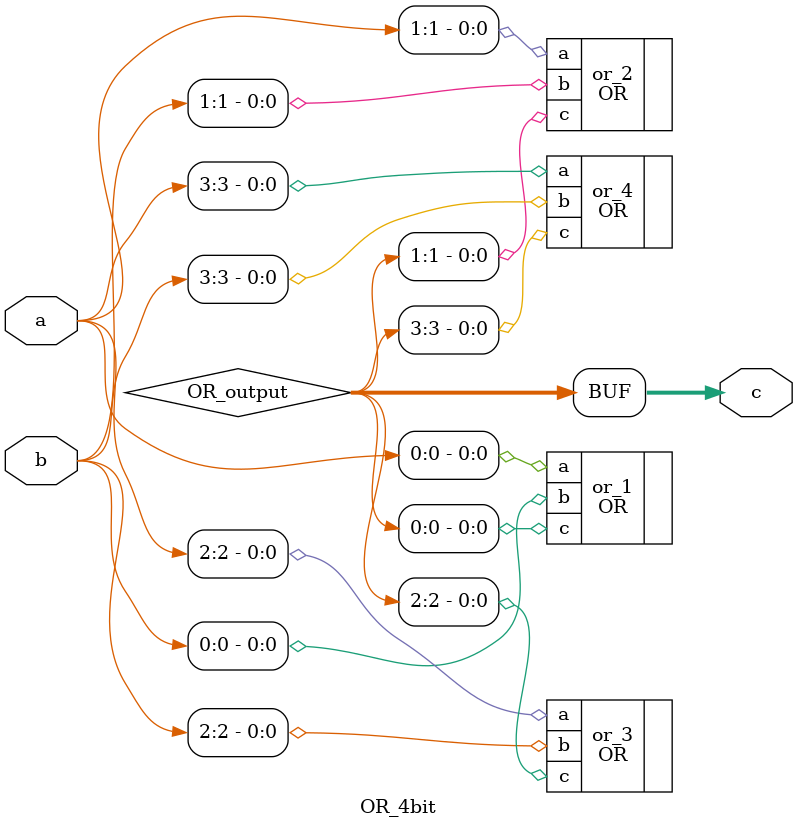
<source format=v>
`include "OR.v"

module OR_4bit(
	input wire [3:0] a,
	input wire [3:0] b,
	output wire [3:0] c
);

wire [3:0] OR_output;

OR or_1(
	.a(a[0]),
	.b(b[0]),
	.c(OR_output[0])
);

OR or_2(
	.a(a[1]),
	.b(b[1]),
	.c(OR_output[1])
);

OR or_3(
	.a(a[2]),
	.b(b[2]),
	.c(OR_output[2])
);

OR or_4(
	.a(a[3]),
	.b(b[3]),
	.c(OR_output[3])
);

assign c = OR_output;

endmodule
</source>
